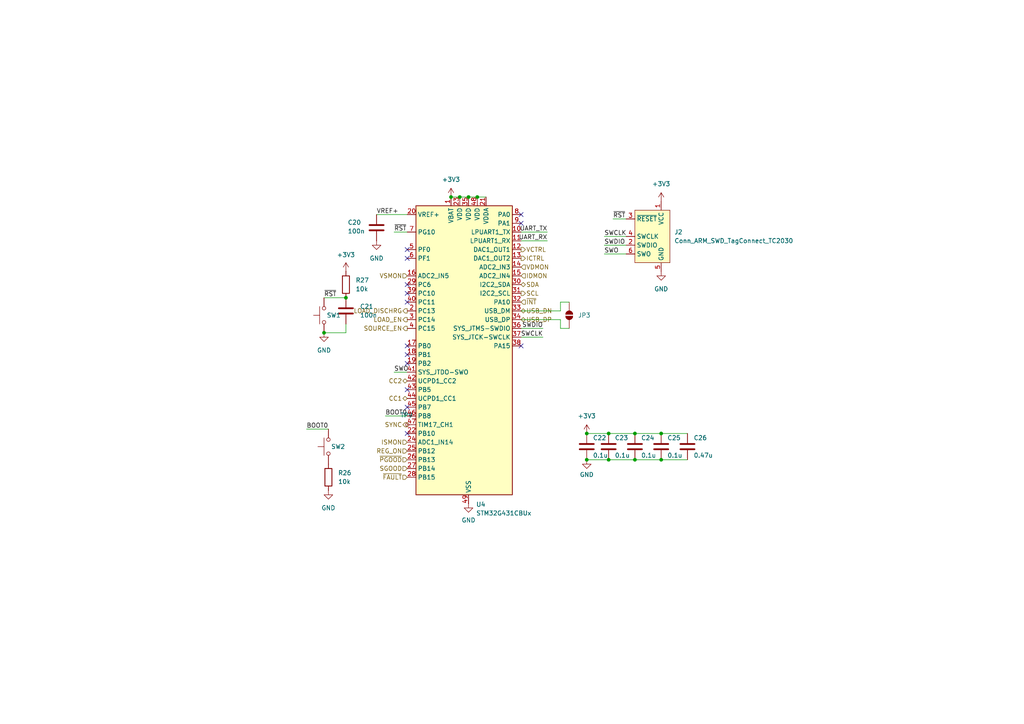
<source format=kicad_sch>
(kicad_sch (version 20231120) (generator "eeschema") (generator_version "8.0")
  (paper "A4")
  (lib_symbols
    (symbol "Connector:Conn_ARM_SWD_TagConnect_TC2030" (in_bom no)
      (property "Reference" "J" (at 2.54 11.43 0))
      (property "Value" "Conn_ARM_SWD_TagConnect_TC2030" (at 5.08 8.89 0))
      (symbol "Conn_ARM_SWD_TagConnect_TC2030_0_0"
        (pin power_in line (at -2.54 10.16 270) (length 2.54) (name "VCC") (number "1"))
        (pin bidirectional line (at 7.62 -2.54 180) (length 2.54) (name "SWDIO") (number "2"))
        (pin open_collector line (at 7.62 5.08 180) (length 2.54) (name "~{RESET}") (number "3"))
        (pin output line (at 7.62 0 180) (length 2.54) (name "SWCLK") (number "4"))
        (pin power_in line (at -2.54 -10.16 90) (length 2.54) (name "GND") (number "5"))
        (pin input line (at 7.62 -5.08 180) (length 2.54) (name "SWO") (number "6"))
      )
      (symbol "Conn_ARM_SWD_TagConnect_TC2030_0_1"
        (rectangle (start -5.08 7.62) (end 5.08 -7.62) (fill (type background)))
      )
    )
    (symbol "Connector:TestPoint_Small" (pin_numbers hide) (pin_names (offset 0.762) hide)
      (property "Reference" "TP" (at 0 3.81 0))
      (property "Value" "TestPoint_Small" (at 0 2.032 0))
      (symbol "TestPoint_Small_0_1"
        (circle (center 0 0) (radius 0.508))
      )
      (symbol "TestPoint_Small_1_1"
        (pin passive line (at 0 0 90) (length 0) (name "1") (number "1"))
      )
    )
    (symbol "Device:C" (pin_numbers hide) (pin_names (offset 0.254))
      (property "Reference" "C" (at 0.635 2.54 0))
      (property "Value" "C" (at 0.635 -2.54 0))
      (symbol "C_0_1"
        (polyline (pts (xy -2.032 -0.762) (xy 2.032 -0.762)) (stroke (width 0.508)))
        (polyline (pts (xy -2.032 0.762) (xy 2.032 0.762)) (stroke (width 0.508)))
      )
      (symbol "C_1_1"
        (pin passive line (at 0 3.81 270) (length 2.794) (name "~") (number "1"))
        (pin passive line (at 0 -3.81 90) (length 2.794) (name "~") (number "2"))
      )
    )
    (symbol "Device:R" (pin_numbers hide) (pin_names (offset 0))
      (property "Reference" "R" (at 2.032 0 90))
      (property "Value" "R" (at 0 0 90))
      (symbol "R_0_1"
        (rectangle (start -1.016 -2.54) (end 1.016 2.54) (stroke (width 0.254)))
      )
      (symbol "R_1_1"
        (pin passive line (at 0 3.81 270) (length 1.27) (name "~") (number "1"))
        (pin passive line (at 0 -3.81 90) (length 1.27) (name "~") (number "2"))
      )
    )
    (symbol "Jumper:SolderJumper_2_Open" (pin_numbers hide) (pin_names (offset 0) hide) (exclude_from_sim yes) (in_bom no)
      (property "Reference" "JP" (at 0 2.032 0))
      (property "Value" "SolderJumper_2_Open" (at 0 -2.54 0))
      (symbol "SolderJumper_2_Open_0_1"
        (arc (start -0.254 1.016) (mid -1.2656 0) (end -0.254 -1.016))
        (arc (start -0.254 1.016) (mid -1.2656 0) (end -0.254 -1.016) (fill (type outline)))
        (polyline (pts (xy -0.254 1.016) (xy -0.254 -1.016)))
        (polyline (pts (xy 0.254 1.016) (xy 0.254 -1.016)))
        (arc (start 0.254 -1.016) (mid 1.2656 0) (end 0.254 1.016))
        (arc (start 0.254 -1.016) (mid 1.2656 0) (end 0.254 1.016) (fill (type outline)))
      )
      (symbol "SolderJumper_2_Open_1_1"
        (pin passive line (at -3.81 0 0) (length 2.54) (name "A") (number "1"))
        (pin passive line (at 3.81 0 180) (length 2.54) (name "B") (number "2"))
      )
    )
    (symbol "MCU_ST_STM32G4:STM32G431C6Ux"
      (property "Reference" "U" (at -12.7 44.45 0))
      (property "Value" "STM32G431C6Ux" (at 10.16 44.45 0))
      (symbol "STM32G431C6Ux_0_1"
        (rectangle (start -12.7 -40.64) (end 15.24 43.18) (stroke (width 0.254)) (fill (type background)))
      )
      (symbol "STM32G431C6Ux_1_1"
        (pin power_in line (at -2.54 45.72 270) (length 2.54) (name "VBAT") (number "1"))
        (pin bidirectional line (at 17.78 35.56 180) (length 2.54) (name "PA2") (number "10") (alternate "LPUART1_TX" bidirectional line))
        (pin bidirectional line (at 17.78 33.02 180) (length 2.54) (name "PA3") (number "11") (alternate "LPUART1_RX" bidirectional line))
        (pin bidirectional line (at 17.78 30.48 180) (length 2.54) (name "PA4") (number "12") (alternate "DAC1_OUT1" bidirectional line))
        (pin bidirectional line (at 17.78 27.94 180) (length 2.54) (name "PA5") (number "13") (alternate "DAC1_OUT2" bidirectional line))
        (pin bidirectional line (at 17.78 25.4 180) (length 2.54) (name "PA6") (number "14") (alternate "ADC2_IN3" bidirectional line))
        (pin bidirectional line (at 17.78 22.86 180) (length 2.54) (name "PA7") (number "15") (alternate "ADC2_IN4" bidirectional line) (alternate "TIM17_CH1" bidirectional line))
        (pin bidirectional line (at -15.24 22.86 0) (length 2.54) (name "PC4") (number "16") (alternate "ADC2_IN5" bidirectional line) (alternate "I2C2_SCL" bidirectional line))
        (pin bidirectional line (at -15.24 2.54 0) (length 2.54) (name "PB0") (number "17"))
        (pin bidirectional line (at -15.24 0 0) (length 2.54) (name "PB1") (number "18"))
        (pin bidirectional line (at -15.24 -2.54 0) (length 2.54) (name "PB2") (number "19"))
        (pin bidirectional line (at -15.24 12.7 0) (length 2.54) (name "PC13") (number "2"))
        (pin input line (at -15.24 40.64 0) (length 2.54) (name "VREF+") (number "20"))
        (pin power_in line (at 7.62 45.72 270) (length 2.54) (name "VDDA") (number "21"))
        (pin bidirectional line (at -15.24 -22.86 0) (length 2.54) (name "PB10") (number "22") (alternate "LPUART1_RX" bidirectional line))
        (pin power_in line (at 0 45.72 270) (length 2.54) (name "VDD") (number "23"))
        (pin bidirectional line (at -15.24 -25.4 0) (length 2.54) (name "PB11") (number "24") (alternate "ADC1_IN14" bidirectional line) (alternate "LPUART1_TX" bidirectional line))
        (pin bidirectional line (at -15.24 -27.94 0) (length 2.54) (name "PB12") (number "25"))
        (pin bidirectional line (at -15.24 -30.48 0) (length 2.54) (name "PB13") (number "26"))
        (pin bidirectional line (at -15.24 -33.02 0) (length 2.54) (name "PB14") (number "27"))
        (pin bidirectional line (at -15.24 -35.56 0) (length 2.54) (name "PB15") (number "28"))
        (pin bidirectional line (at -15.24 20.32 0) (length 2.54) (name "PC6") (number "29"))
        (pin bidirectional line (at -15.24 10.16 0) (length 2.54) (name "PC14") (number "3"))
        (pin bidirectional line (at 17.78 20.32 180) (length 2.54) (name "PA8") (number "30") (alternate "I2C2_SDA" bidirectional line))
        (pin bidirectional line (at 17.78 17.78 180) (length 2.54) (name "PA9") (number "31") (alternate "I2C2_SCL" bidirectional line))
        (pin bidirectional line (at 17.78 15.24 180) (length 2.54) (name "PA10") (number "32"))
        (pin bidirectional line (at 17.78 12.7 180) (length 2.54) (name "PA11") (number "33") (alternate "USB_DM" bidirectional line))
        (pin bidirectional line (at 17.78 10.16 180) (length 2.54) (name "PA12") (number "34") (alternate "USB_DP" bidirectional line))
        (pin power_in line (at 2.54 45.72 270) (length 2.54) (name "VDD") (number "35"))
        (pin bidirectional line (at 17.78 7.62 180) (length 2.54) (name "PA13") (number "36") (alternate "SYS_JTMS-SWDIO" bidirectional line))
        (pin bidirectional line (at 17.78 5.08 180) (length 2.54) (name "PA14") (number "37") (alternate "SYS_JTCK-SWCLK" bidirectional line))
        (pin bidirectional line (at 17.78 2.54 180) (length 2.54) (name "PA15") (number "38"))
        (pin bidirectional line (at -15.24 17.78 0) (length 2.54) (name "PC10") (number "39"))
        (pin bidirectional line (at -15.24 7.62 0) (length 2.54) (name "PC15") (number "4"))
        (pin bidirectional line (at -15.24 15.24 0) (length 2.54) (name "PC11") (number "40"))
        (pin bidirectional line (at -15.24 -5.08 0) (length 2.54) (name "PB3") (number "41") (alternate "SYS_JTDO-SWO" bidirectional line))
        (pin bidirectional line (at -15.24 -7.62 0) (length 2.54) (name "PB4") (number "42") (alternate "UCPD1_CC2" bidirectional line))
        (pin bidirectional line (at -15.24 -10.16 0) (length 2.54) (name "PB5") (number "43") (alternate "TIM17_CH1" bidirectional line))
        (pin bidirectional line (at -15.24 -12.7 0) (length 2.54) (name "PB6") (number "44") (alternate "UCPD1_CC1" bidirectional line))
        (pin bidirectional line (at -15.24 -15.24 0) (length 2.54) (name "PB7") (number "45"))
        (pin bidirectional line (at -15.24 -17.78 0) (length 2.54) (name "PB8") (number "46"))
        (pin bidirectional line (at -15.24 -20.32 0) (length 2.54) (name "PB9") (number "47") (alternate "TIM17_CH1" bidirectional line))
        (pin power_in line (at 5.08 45.72 270) (length 2.54) (name "VDD") (number "48"))
        (pin power_in line (at 2.54 -43.18 90) (length 2.54) (name "VSS") (number "49"))
        (pin bidirectional line (at -15.24 30.48 0) (length 2.54) (name "PF0") (number "5") (alternate "I2C2_SDA" bidirectional line))
        (pin bidirectional line (at -15.24 27.94 0) (length 2.54) (name "PF1") (number "6"))
        (pin bidirectional line (at -15.24 35.56 0) (length 2.54) (name "PG10") (number "7"))
        (pin bidirectional line (at 17.78 40.64 180) (length 2.54) (name "PA0") (number "8"))
        (pin bidirectional line (at 17.78 38.1 180) (length 2.54) (name "PA1") (number "9"))
      )
    )
    (symbol "Switch:SW_Push" (pin_numbers hide) (pin_names (offset 1.016) hide)
      (property "Reference" "SW" (at 1.27 2.54 0))
      (property "Value" "SW_Push" (at 0 -1.524 0))
      (symbol "SW_Push_0_1"
        (circle (center -2.032 0) (radius 0.508))
        (polyline (pts (xy 0 1.27) (xy 0 3.048)))
        (polyline (pts (xy 2.54 1.27) (xy -2.54 1.27)))
        (circle (center 2.032 0) (radius 0.508))
        (pin passive line (at -5.08 0 0) (length 2.54) (name "1") (number "1"))
        (pin passive line (at 5.08 0 180) (length 2.54) (name "2") (number "2"))
      )
    )
    (symbol "power:+3V3" (power) (pin_numbers hide) (pin_names (offset 0) hide)
      (property "Value" "+3V3" (at 0 3.556 0))
      (symbol "+3V3_0_1"
        (polyline (pts (xy -0.762 1.27) (xy 0 2.54)))
        (polyline (pts (xy 0 0) (xy 0 2.54)))
        (polyline (pts (xy 0 2.54) (xy 0.762 1.27)))
      )
      (symbol "+3V3_1_1"
        (pin power_in line (at 0 0 90) (length 0) (name "~") (number "1"))
      )
    )
    (symbol "power:GND" (power) (pin_numbers hide) (pin_names (offset 0) hide)
      (property "Value" "GND" (at 0 -3.81 0))
      (symbol "GND_0_1"
        (polyline (pts (xy 0 0) (xy 0 -1.27) (xy 1.27 -1.27) (xy 0 -2.54) (xy -1.27 -1.27) (xy 0 -1.27)))
      )
      (symbol "GND_1_1"
        (pin power_in line (at 0 0 270) (length 0) (name "~") (number "1"))
      )
    )
  )
  (junction (at 93.98 96.52))
  (junction (at 133.35 57.15))
  (junction (at 100.33 86.36))
  (junction (at 135.89 57.15))
  (junction (at 170.18 133.35))
  (junction (at 138.43 57.15))
  (junction (at 184.15 133.35))
  (junction (at 130.81 57.15))
  (junction (at 191.77 133.35))
  (junction (at 170.18 125.73))
  (junction (at 176.53 133.35))
  (junction (at 184.15 125.73))
  (junction (at 191.77 125.73))
  (junction (at 176.53 125.73))
  (no_connect (at 118.11 82.55))
  (no_connect (at 118.11 87.63))
  (no_connect (at 118.11 74.93))
  (no_connect (at 118.11 72.39))
  (no_connect (at 118.11 118.11))
  (no_connect (at 118.11 125.73))
  (no_connect (at 118.11 113.03))
  (no_connect (at 151.13 62.23))
  (no_connect (at 118.11 85.09))
  (no_connect (at 151.13 64.77))
  (no_connect (at 118.11 105.41))
  (no_connect (at 151.13 100.33))
  (no_connect (at 118.11 100.33))
  (no_connect (at 118.11 102.87))
  (wire (pts (xy 88.9 124.46) (xy 95.25 124.46)))
  (wire (pts (xy 165.1 87.63) (xy 162.56 87.63)))
  (wire (pts (xy 100.33 96.52) (xy 100.33 93.98)))
  (wire (pts (xy 151.13 95.25) (xy 157.48 95.25)))
  (wire (pts (xy 191.77 125.73) (xy 199.39 125.73)))
  (wire (pts (xy 151.13 69.85) (xy 158.75 69.85)))
  (wire (pts (xy 176.53 125.73) (xy 184.15 125.73)))
  (wire (pts (xy 114.3 107.95) (xy 118.11 107.95)))
  (wire (pts (xy 135.89 57.15) (xy 138.43 57.15)))
  (wire (pts (xy 170.18 125.73) (xy 176.53 125.73)))
  (wire (pts (xy 130.81 57.15) (xy 133.35 57.15)))
  (wire (pts (xy 93.98 96.52) (xy 100.33 96.52)))
  (wire (pts (xy 191.77 133.35) (xy 199.39 133.35)))
  (wire (pts (xy 162.56 95.25) (xy 162.56 92.71)))
  (wire (pts (xy 175.26 68.58) (xy 181.61 68.58)))
  (wire (pts (xy 175.26 73.66) (xy 181.61 73.66)))
  (wire (pts (xy 109.22 62.23) (xy 118.11 62.23)))
  (wire (pts (xy 138.43 57.15) (xy 140.97 57.15)))
  (wire (pts (xy 176.53 133.35) (xy 184.15 133.35)))
  (wire (pts (xy 175.26 71.12) (xy 181.61 71.12)))
  (wire (pts (xy 133.35 57.15) (xy 135.89 57.15)))
  (wire (pts (xy 165.1 95.25) (xy 162.56 95.25)))
  (wire (pts (xy 184.15 125.73) (xy 191.77 125.73)))
  (wire (pts (xy 170.18 133.35) (xy 176.53 133.35)))
  (wire (pts (xy 111.76 120.65) (xy 118.11 120.65)))
  (wire (pts (xy 93.98 86.36) (xy 100.33 86.36)))
  (wire (pts (xy 177.8 63.5) (xy 181.61 63.5)))
  (wire (pts (xy 114.3 67.31) (xy 118.11 67.31)))
  (wire (pts (xy 162.56 87.63) (xy 162.56 90.17)))
  (wire (pts (xy 151.13 67.31) (xy 158.75 67.31)))
  (wire (pts (xy 151.13 92.71) (xy 162.56 92.71)))
  (wire (pts (xy 151.13 97.79) (xy 157.48 97.79)))
  (wire (pts (xy 184.15 133.35) (xy 191.77 133.35)))
  (wire (pts (xy 162.56 90.17) (xy 151.13 90.17)))
  (label "SWCLK" (at 157.48 97.79 180))
  (label "SWDIO" (at 175.26 71.12 0))
  (label "SWO" (at 175.26 73.66 0))
  (label "~{RST}" (at 114.3 67.31 0))
  (label "SWCLK" (at 175.26 68.58 0))
  (label "~{RST}" (at 93.98 86.36 0))
  (label "SWDIO" (at 157.48 95.25 180))
  (label "BOOT0" (at 88.9 124.46 0))
  (label "BOOT0" (at 111.76 120.65 0))
  (label "UART_TX" (at 158.75 67.31 180))
  (label "~{RST}" (at 177.8 63.5 0))
  (label "SWO" (at 114.3 107.95 0))
  (label "VREF+" (at 109.22 62.23 0))
  (label "UART_RX" (at 158.75 69.85 180))
  (hierarchical_label "USB_DN" (shape bidirectional) (at 151.13 90.17 0))
  (hierarchical_label "VDMON" (shape input) (at 151.13 77.47 0))
  (hierarchical_label "SDA" (shape bidirectional) (at 151.13 82.55 0))
  (hierarchical_label "SCL" (shape output) (at 151.13 85.09 0))
  (hierarchical_label "IDMON" (shape input) (at 151.13 80.01 0))
  (hierarchical_label "SGOOD" (shape input) (at 118.11 135.89 180))
  (hierarchical_label "VCTRL" (shape output) (at 151.13 72.39 0))
  (hierarchical_label "~{INT}" (shape input) (at 151.13 87.63 0))
  (hierarchical_label "CC2" (shape bidirectional) (at 118.11 110.49 180))
  (hierarchical_label "ICTRL" (shape output) (at 151.13 74.93 0))
  (hierarchical_label "REG_ON" (shape input) (at 118.11 130.81 180))
  (hierarchical_label "ISMON" (shape input) (at 118.11 128.27 180))
  (hierarchical_label "CC1" (shape bidirectional) (at 118.11 115.57 180))
  (hierarchical_label "~{FAULT}" (shape input) (at 118.11 138.43 180))
  (hierarchical_label "SYNC" (shape output) (at 118.11 123.19 180))
  (hierarchical_label "~{PGOOD}" (shape input) (at 118.11 133.35 180))
  (hierarchical_label "VSMON" (shape input) (at 118.11 80.01 180))
  (hierarchical_label "USB_DP" (shape bidirectional) (at 151.13 92.71 0))
  (hierarchical_label "LOAD_EN" (shape output) (at 118.11 92.71 180))
  (hierarchical_label "LOAD_DISCHRG" (shape output) (at 118.11 90.17 180))
  (hierarchical_label "SOURCE_EN" (shape output) (at 118.11 95.25 180))
  (symbol (lib_id "Connector:TestPoint_Small") (at 118.11 123.19 0) (unit 1)
    (property "Reference" "TP9" (at 116.078 120.396 0) (effects (justify left)))
    (property "Value" "TestPoint_Small" (effects (hide yes)))
    (property "Footprint" "TestPoint:TestPoint_Pad_D1.0mm" (effects (hide yes)))
    (property "Description" "test point" (effects (hide yes)))
  )
  (symbol (lib_id "Device:C") (at 191.77 129.54 0) (unit 1)
    (property "Reference" "C25" (at 193.548 127 0) (effects (justify left)))
    (property "Value" "0.1u" (at 193.548 132.08 0) (effects (justify left)))
    (property "Footprint" "Capacitor_SMD:C_0603_1608Metric" (effects (hide yes)))
    (property "Description" "Unpolarized capacitor" (effects (hide yes)))
  )
  (symbol (lib_id "Device:C") (at 109.22 66.04 0) (unit 1)
    (property "Reference" "C20" (at 100.838 64.516 0) (effects (justify left)))
    (property "Value" "100n" (at 100.838 67.056 0) (effects (justify left)))
    (property "Footprint" "Capacitor_SMD:C_0603_1608Metric" (effects (hide yes)))
    (property "Description" "Unpolarized capacitor" (effects (hide yes)))
  )
  (symbol (lib_id "power:GND") (at 95.25 142.24 0) (mirror y) (unit 1)
    (property "Reference" "#PWR024" (effects (hide yes)))
    (property "Value" "GND" (at 95.25 147.32 0))
    (property "Description" "Power symbol creates a global label with name \"GND\" , ground" (effects (hide yes)))
  )
  (symbol (lib_id "Device:C") (at 176.53 129.54 0) (unit 1)
    (property "Reference" "C23" (at 178.308 127 0) (effects (justify left)))
    (property "Value" "0.1u" (at 178.308 132.08 0) (effects (justify left)))
    (property "Footprint" "Capacitor_SMD:C_0603_1608Metric" (effects (hide yes)))
    (property "Description" "Unpolarized capacitor" (effects (hide yes)))
  )
  (symbol (lib_id "power:GND") (at 170.18 133.35 0) (unit 1)
    (property "Reference" "#PWR030" (effects (hide yes)))
    (property "Value" "GND" (at 170.18 137.668 0))
    (property "Description" "Power symbol creates a global label with name \"GND\" , ground" (effects (hide yes)))
  )
  (symbol (lib_id "power:+3V3") (at 100.33 78.74 0) (unit 1)
    (property "Reference" "#PWR026" (effects (hide yes)))
    (property "Value" "+3V3" (at 100.33 73.914 0))
    (property "Description" "Power symbol creates a global label with name \"+3V3\"" (effects (hide yes)))
  )
  (symbol (lib_id "MCU_ST_STM32G4:STM32G431C6Ux") (at 133.35 102.87 0) (unit 1)
    (property "Reference" "U4" (at 138.0841 146.304 0) (effects (justify left)))
    (property "Value" "STM32G431CBUx" (at 138.0841 148.844 0) (effects (justify left)))
    (property "Footprint" "Package_DFN_QFN:QFN-48-1EP_7x7mm_P0.5mm_EP5.6x5.6mm" (effects (hide yes)))
    (property "Datasheet" "https://www.st.com/resource/en/datasheet/stm32g431c6.pdf" (effects (hide yes)))
    (property "Description" "STMicroelectronics Arm Cortex-M4 MCU, 32KB flash, 32KB RAM, 170 MHz, 1.71-3.6V, 42 GPIO, UFQFPN48" (effects (hide yes)))
    (pin "10" (alternate "LPUART1_TX"))
    (pin "11" (alternate "LPUART1_RX"))
    (pin "12" (alternate "DAC1_OUT1"))
    (pin "13" (alternate "DAC1_OUT2"))
    (pin "14" (alternate "ADC2_IN3"))
    (pin "15" (alternate "ADC2_IN4"))
    (pin "16" (alternate "ADC2_IN5"))
    (pin "24" (alternate "ADC1_IN14"))
    (pin "30" (alternate "I2C2_SDA"))
    (pin "31" (alternate "I2C2_SCL"))
    (pin "33" (alternate "USB_DM"))
    (pin "34" (alternate "USB_DP"))
    (pin "36" (alternate "SYS_JTMS-SWDIO"))
    (pin "37" (alternate "SYS_JTCK-SWCLK"))
    (pin "41" (alternate "SYS_JTDO-SWO"))
    (pin "42" (alternate "UCPD1_CC2"))
    (pin "44" (alternate "UCPD1_CC1"))
    (pin "47" (alternate "TIM17_CH1"))
  )
  (symbol (lib_id "Connector:Conn_ARM_SWD_TagConnect_TC2030") (at 189.23 68.58 0) (mirror y) (unit 1) (in_bom no)
    (property "Reference" "J2" (at 195.58 67.3099 0) (effects (justify right)))
    (property "Value" "Conn_ARM_SWD_TagConnect_TC2030" (at 195.58 69.8499 0) (effects (justify right)))
    (property "Footprint" "Connector:Tag-Connect_TC2030-IDC-FP_2x03_P1.27mm_Vertical" (effects (hide yes)))
    (property "Datasheet" "https://www.tag-connect.com/wp-content/uploads/bsk-pdf-manager/TC2030-CTX_1.pdf" (effects (hide yes)))
    (property "Description" "Tag-Connect ARM Cortex SWD JTAG connector, 6 pin" (effects (hide yes)))
  )
  (symbol (lib_id "Device:C") (at 184.15 129.54 0) (unit 1)
    (property "Reference" "C24" (at 185.928 127 0) (effects (justify left)))
    (property "Value" "0.1u" (at 185.928 132.08 0) (effects (justify left)))
    (property "Footprint" "Capacitor_SMD:C_0603_1608Metric" (effects (hide yes)))
    (property "Description" "Unpolarized capacitor" (effects (hide yes)))
  )
  (symbol (lib_id "Device:C") (at 170.18 129.54 0) (unit 1)
    (property "Reference" "C22" (at 171.958 127 0) (effects (justify left)))
    (property "Value" "0.1u" (at 171.958 132.08 0) (effects (justify left)))
    (property "Footprint" "Capacitor_SMD:C_0603_1608Metric" (effects (hide yes)))
    (property "Description" "Unpolarized capacitor" (effects (hide yes)))
  )
  (symbol (lib_id "Device:R") (at 100.33 82.55 0) (unit 1)
    (property "Reference" "R27" (at 103.124 81.28 0) (effects (justify left)))
    (property "Value" "10k" (at 103.124 83.82 0) (effects (justify left)))
    (property "Footprint" "Resistor_SMD:R_0603_1608Metric" (effects (hide yes)))
    (property "Description" "Resistor" (effects (hide yes)))
  )
  (symbol (lib_id "power:+3V3") (at 191.77 58.42 0) (unit 1)
    (property "Reference" "#PWR047" (effects (hide yes)))
    (property "Value" "+3V3" (at 191.77 53.34 0))
    (property "Description" "Power symbol creates a global label with name \"+3V3\"" (effects (hide yes)))
  )
  (symbol (lib_id "Device:C") (at 100.33 90.17 0) (unit 1)
    (property "Reference" "C21" (at 104.394 88.9 0) (effects (justify left)))
    (property "Value" "100n" (at 104.394 91.44 0) (effects (justify left)))
    (property "Footprint" "Capacitor_SMD:C_0603_1608Metric" (effects (hide yes)))
    (property "Description" "Unpolarized capacitor" (effects (hide yes)))
  )
  (symbol (lib_id "power:GND") (at 135.89 146.05 0) (unit 1)
    (property "Reference" "#PWR028" (effects (hide yes)))
    (property "Value" "GND" (at 135.89 150.876 0))
    (property "Description" "Power symbol creates a global label with name \"GND\" , ground" (effects (hide yes)))
  )
  (symbol (lib_id "power:+3V3") (at 130.81 57.15 0) (unit 1)
    (property "Reference" "#PWR027" (effects (hide yes)))
    (property "Value" "+3V3" (at 130.81 52.07 0))
    (property "Description" "Power symbol creates a global label with name \"+3V3\"" (effects (hide yes)))
  )
  (symbol (lib_id "power:GND") (at 93.98 96.52 0) (mirror y) (unit 1)
    (property "Reference" "#PWR015" (effects (hide yes)))
    (property "Value" "GND" (at 93.98 101.6 0))
    (property "Description" "Power symbol creates a global label with name \"GND\" , ground" (effects (hide yes)))
  )
  (symbol (lib_id "Jumper:SolderJumper_2_Open") (at 165.1 91.44 90) (unit 1)
    (property "Reference" "JP3" (at 167.64 91.4399 90) (effects (justify right)))
    (property "Value" "SolderJumper_2_Open" (effects (hide yes)))
    (property "Footprint" "Jumper:SolderJumper-2_P1.3mm_Open_RoundedPad1.0x1.5mm" (effects (hide yes)))
    (property "Description" "Solder Jumper, 2-pole, open" (effects (hide yes)))
  )
  (symbol (lib_id "power:GND") (at 191.77 78.74 0) (unit 1)
    (property "Reference" "#PWR048" (effects (hide yes)))
    (property "Value" "GND" (at 191.77 83.82 0))
    (property "Description" "Power symbol creates a global label with name \"GND\" , ground" (effects (hide yes)))
  )
  (symbol (lib_id "Device:R") (at 95.25 138.43 0) (unit 1)
    (property "Reference" "R26" (at 98.044 137.16 0) (effects (justify left)))
    (property "Value" "10k" (at 98.044 139.7 0) (effects (justify left)))
    (property "Footprint" "Resistor_SMD:R_0603_1608Metric" (effects (hide yes)))
    (property "Description" "Resistor" (effects (hide yes)))
  )
  (symbol (lib_id "power:+3V3") (at 170.18 125.73 0) (unit 1)
    (property "Reference" "#PWR029" (effects (hide yes)))
    (property "Value" "+3V3" (at 170.18 120.65 0))
    (property "Description" "Power symbol creates a global label with name \"+3V3\"" (effects (hide yes)))
  )
  (symbol (lib_id "Switch:SW_Push") (at 95.25 129.54 90) (unit 1)
    (property "Reference" "SW2" (at 96.012 129.54 90) (effects (justify right)))
    (property "Value" "SW_MEC_5G" (effects (hide yes)))
    (property "Footprint" "Button_Switch_SMD:SW_SPST_B3U-1000P-B" (effects (hide yes)))
    (property "Description" "Push button switch, generic, two pins" (effects (hide yes)))
  )
  (symbol (lib_id "power:GND") (at 109.22 69.85 0) (unit 1)
    (property "Reference" "#PWR025" (effects (hide yes)))
    (property "Value" "GND" (at 109.22 74.93 0))
    (property "Description" "Power symbol creates a global label with name \"GND\" , ground" (effects (hide yes)))
  )
  (symbol (lib_id "Device:C") (at 199.39 129.54 0) (unit 1)
    (property "Reference" "C26" (at 201.168 127 0) (effects (justify left)))
    (property "Value" "0.47u" (at 201.168 132.08 0) (effects (justify left)))
    (property "Footprint" "Capacitor_SMD:C_0603_1608Metric" (effects (hide yes)))
    (property "Description" "Unpolarized capacitor" (effects (hide yes)))
  )
  (symbol (lib_id "Switch:SW_Push") (at 93.98 91.44 90) (unit 1)
    (property "Reference" "SW1" (at 94.742 91.44 90) (effects (justify right)))
    (property "Value" "SW_MEC_5G" (effects (hide yes)))
    (property "Footprint" "Button_Switch_SMD:SW_SPST_B3U-1000P-B" (effects (hide yes)))
    (property "Description" "Push button switch, generic, two pins" (effects (hide yes)))
  )
)
</source>
